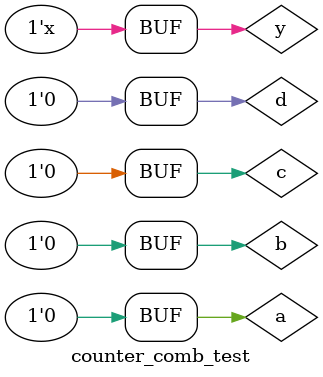
<source format=v>
`timescale 1ns / 1ps


module counter_comb_test;

	// Inputs
	reg a;
	reg b;
	reg c;
	reg d;
	reg y;

	// Outputs
	wire [3:0] next_state;
	wire ld;
	wire en;

	// Instantiate the Unit Under Test (UUT)
	Counter_comb uut (
		.next_state(next_state), 
		.ld(ld), 
		.en(en), 
		.a(a), 
		.b(b), 
		.c(c), 
		.d(d), 
		.y(y)
	);

	initial begin
		// Initialize Inputs
		a = 0;
		b = 0;
		c = 0;
		d = 0;
		y = 0;

		// Wait 100 ns for global reset to finish
		#100;
        
		// Add stimulus here

	end
	
	always begin
		#10
		y = !y;
	end
      
endmodule


</source>
